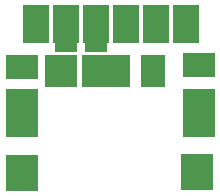
<source format=gts>
G04*
G04 Format:               Gerber RS-274X*
G04 Export Settings:      OSH Park*
G04 Layer:                TopSolderMask*
G04 This File Name:       multiout.gts*
G04 Source File Name:     multiout.rrb*
G04 Unique ID:            f070ccaf-7153-4cd8-b911-aa9a0e54cd1d*
G04 Generated Date:       Monday, 19 February 2018 14:41:45*
G04*
G04 Created Using:        Robot Room Copper Connection v3.0.5875*
G04 Software Contact:     http://www.robotroom.com/CopperConnection/Support.aspx*
G04 License Number:       1880*
G04*
G04 Zero Suppression:     Leading*
G04 Number Precision:     2.4*
G04*
G04 Polarity:             Negative. Dark is solderable. Clear space is coating.*
G04*
%FSLAX24Y24*%
%MOIN*%
%LNTopSolderMask*%
%ADD10R,.007X.007*%
%ADD11R,.0809X.1084*%
%ADD12R,.085X.1313*%
%ADD13R,.1084X.0809*%
%ADD14R,.1084X.1084*%
%ADD15R,.1084X.1202*%
%ADD16R,.1084X.1596*%
%ADD17R,.1596X.1084*%
G36*
G01X1895Y5069D02*
X2634D01*
Y4724D01*
X1895D01*
Y5069D01*
G37*
G36*
X2895Y5069D02*
X3633D01*
Y4724D01*
X2895D01*
Y5069D01*
G37*
D11*
X5177Y4095D03*
D12*
X5264Y5652D03*
X6264D03*
X3264D03*
X4264D03*
X1264D03*
X2264D03*
D13*
X6693Y4291D03*
X787Y4241D03*
D14*
X2116Y4093D03*
D15*
X787Y689D03*
X6644Y738D03*
D16*
X6693Y2707D03*
X787D03*
D17*
X3593Y4095D03*
M02*

</source>
